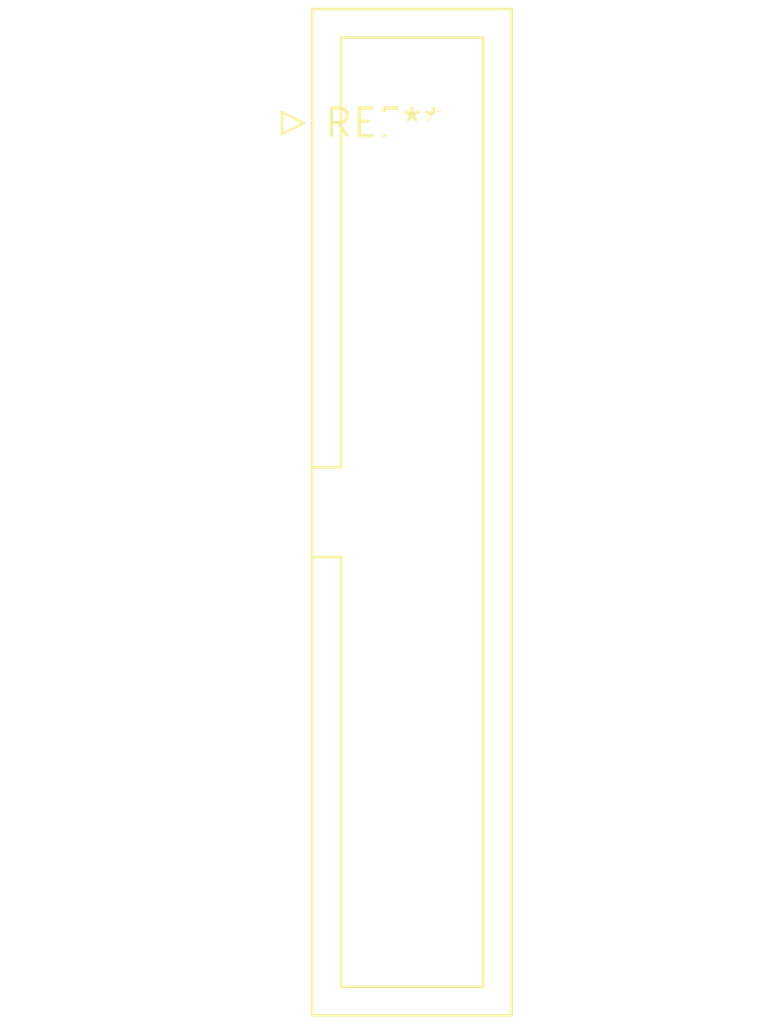
<source format=kicad_pcb>
(kicad_pcb (version 20240108) (generator pcbnew)
  (layers (0 "F.Cu" signal) (31 "B.Cu" signal) (34 "B.Paste" user) (35 "F.Paste" user) (36 "B.SilkS" user "B.Silkscreen") (37 "F.SilkS" user "F.Silkscreen") (38 "B.Mask" user) (39 "F.Mask" user) (44 "Edge.Cuts" user))
  (net 0 "")
  (footprint "IDC-Header_2x15_P2.54mm_Vertical" (layer "F.Cu") (at 0 0)
    (property "Reference" "REF**")
    (property "Value" "IDC-Header_2x15_P2.54mm_Vertical")
    (fp_line (start -4.68 -0.5) (end -4.68 0.5) (layer "F.SilkS") (stroke (width 0.12)))
    (fp_line (start -4.68 0.5) (end -3.68 0) (layer "F.SilkS") (stroke (width 0.12)))
    (fp_line (start -3.68 0) (end -4.68 -0.5) (layer "F.SilkS") (stroke (width 0.12)))
    (fp_line (start -3.29 -5.21) (end 5.83 -5.21) (layer "F.SilkS") (stroke (width 0.12)))
    (fp_line (start -3.29 15.73) (end -1.98 15.73) (layer "F.SilkS") (stroke (width 0.12)))
    (fp_line (start -3.29 40.77) (end -3.29 -5.21) (layer "F.SilkS") (stroke (width 0.12)))
    (fp_line (start -1.98 -3.91) (end 4.52 -3.91) (layer "F.SilkS") (stroke (width 0.12)))
    (fp_line (start -1.98 15.73) (end -1.98 -3.91) (layer "F.SilkS") (stroke (width 0.12)))
    (fp_line (start -1.98 19.83) (end -3.29 19.83) (layer "F.SilkS") (stroke (width 0.12)))
    (fp_line (start -1.98 19.83) (end -1.98 19.83) (layer "F.SilkS") (stroke (width 0.12)))
    (fp_line (start -1.98 39.47) (end -1.98 19.83) (layer "F.SilkS") (stroke (width 0.12)))
    (fp_line (start 4.52 -3.91) (end 4.52 39.47) (layer "F.SilkS") (stroke (width 0.12)))
    (fp_line (start 4.52 39.47) (end -1.98 39.47) (layer "F.SilkS") (stroke (width 0.12)))
    (fp_line (start 5.83 -5.21) (end 5.83 40.77) (layer "F.SilkS") (stroke (width 0.12)))
    (fp_line (start 5.83 40.77) (end -3.29 40.77) (layer "F.SilkS") (stroke (width 0.12)))
    (pad "1" thru_hole roundrect (at 0 0) (size 1.7 1.7) (drill 1) (layers *.Cu *.Mask) (remove_unused_layers) (roundrect_rratio 0.147059))
    (pad "2" thru_hole circle (at 2.54 0) (size 1.7 1.7) (drill 1) (layers *.Cu *.Mask) (remove_unused_layers))
    (pad "3" thru_hole circle (at 0 2.54) (size 1.7 1.7) (drill 1) (layers *.Cu *.Mask) (remove_unused_layers))
    (pad "4" thru_hole circle (at 2.54 2.54) (size 1.7 1.7) (drill 1) (layers *.Cu *.Mask) (remove_unused_layers))
    (pad "5" thru_hole circle (at 0 5.08) (size 1.7 1.7) (drill 1) (layers *.Cu *.Mask) (remove_unused_layers))
    (pad "6" thru_hole circle (at 2.54 5.08) (size 1.7 1.7) (drill 1) (layers *.Cu *.Mask) (remove_unused_layers))
    (pad "7" thru_hole circle (at 0 7.62) (size 1.7 1.7) (drill 1) (layers *.Cu *.Mask) (remove_unused_layers))
    (pad "8" thru_hole circle (at 2.54 7.62) (size 1.7 1.7) (drill 1) (layers *.Cu *.Mask) (remove_unused_layers))
    (pad "9" thru_hole circle (at 0 10.16) (size 1.7 1.7) (drill 1) (layers *.Cu *.Mask) (remove_unused_layers))
    (pad "10" thru_hole circle (at 2.54 10.16) (size 1.7 1.7) (drill 1) (layers *.Cu *.Mask) (remove_unused_layers))
    (pad "11" thru_hole circle (at 0 12.7) (size 1.7 1.7) (drill 1) (layers *.Cu *.Mask) (remove_unused_layers))
    (pad "12" thru_hole circle (at 2.54 12.7) (size 1.7 1.7) (drill 1) (layers *.Cu *.Mask) (remove_unused_layers))
    (pad "13" thru_hole circle (at 0 15.24) (size 1.7 1.7) (drill 1) (layers *.Cu *.Mask) (remove_unused_layers))
    (pad "14" thru_hole circle (at 2.54 15.24) (size 1.7 1.7) (drill 1) (layers *.Cu *.Mask) (remove_unused_layers))
    (pad "15" thru_hole circle (at 0 17.78) (size 1.7 1.7) (drill 1) (layers *.Cu *.Mask) (remove_unused_layers))
    (pad "16" thru_hole circle (at 2.54 17.78) (size 1.7 1.7) (drill 1) (layers *.Cu *.Mask) (remove_unused_layers))
    (pad "17" thru_hole circle (at 0 20.32) (size 1.7 1.7) (drill 1) (layers *.Cu *.Mask) (remove_unused_layers))
    (pad "18" thru_hole circle (at 2.54 20.32) (size 1.7 1.7) (drill 1) (layers *.Cu *.Mask) (remove_unused_layers))
    (pad "19" thru_hole circle (at 0 22.86) (size 1.7 1.7) (drill 1) (layers *.Cu *.Mask) (remove_unused_layers))
    (pad "20" thru_hole circle (at 2.54 22.86) (size 1.7 1.7) (drill 1) (layers *.Cu *.Mask) (remove_unused_layers))
    (pad "21" thru_hole circle (at 0 25.4) (size 1.7 1.7) (drill 1) (layers *.Cu *.Mask) (remove_unused_layers))
    (pad "22" thru_hole circle (at 2.54 25.4) (size 1.7 1.7) (drill 1) (layers *.Cu *.Mask) (remove_unused_layers))
    (pad "23" thru_hole circle (at 0 27.94) (size 1.7 1.7) (drill 1) (layers *.Cu *.Mask) (remove_unused_layers))
    (pad "24" thru_hole circle (at 2.54 27.94) (size 1.7 1.7) (drill 1) (layers *.Cu *.Mask) (remove_unused_layers))
    (pad "25" thru_hole circle (at 0 30.48) (size 1.7 1.7) (drill 1) (layers *.Cu *.Mask) (remove_unused_layers))
    (pad "26" thru_hole circle (at 2.54 30.48) (size 1.7 1.7) (drill 1) (layers *.Cu *.Mask) (remove_unused_layers))
    (pad "27" thru_hole circle (at 0 33.02) (size 1.7 1.7) (drill 1) (layers *.Cu *.Mask) (remove_unused_layers))
    (pad "28" thru_hole circle (at 2.54 33.02) (size 1.7 1.7) (drill 1) (layers *.Cu *.Mask) (remove_unused_layers))
    (pad "29" thru_hole circle (at 0 35.56) (size 1.7 1.7) (drill 1) (layers *.Cu *.Mask) (remove_unused_layers))
    (pad "30" thru_hole circle (at 2.54 35.56) (size 1.7 1.7) (drill 1) (layers *.Cu *.Mask) (remove_unused_layers))
  )
)
</source>
